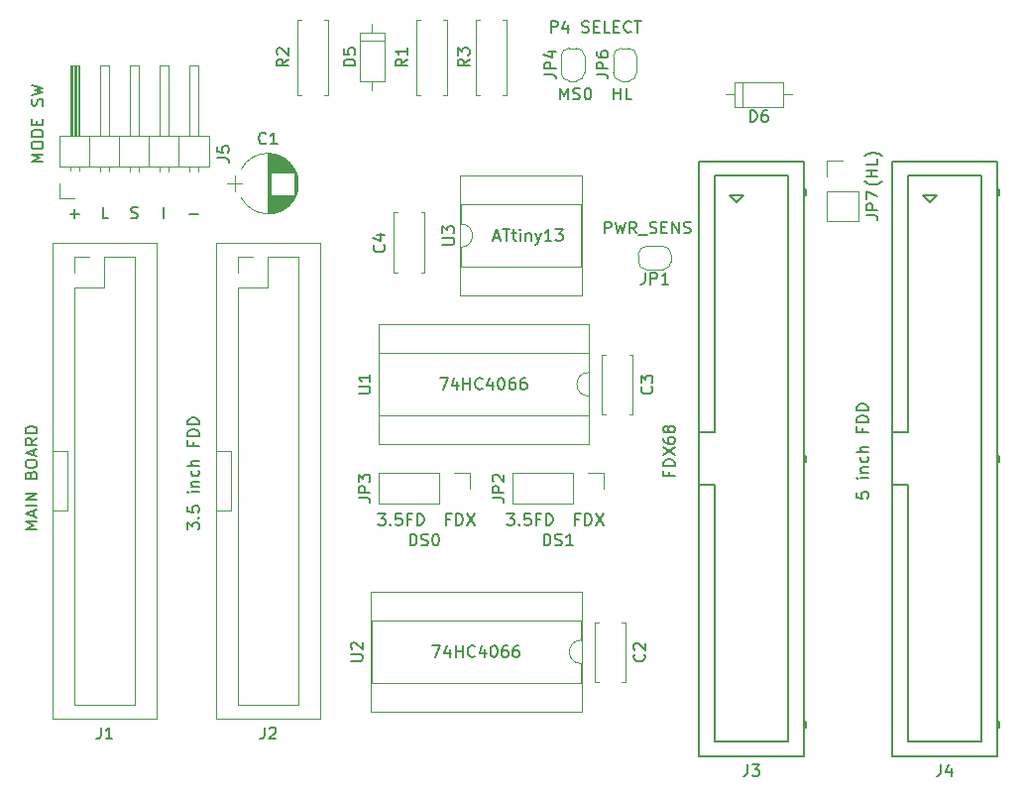
<source format=gto>
G04 #@! TF.GenerationSoftware,KiCad,Pcbnew,(5.1.9)-1*
G04 #@! TF.CreationDate,2021-12-30T22:55:07+09:00*
G04 #@! TF.ProjectId,FDSPlus_BX3,46445350-6c75-4735-9f42-58332e6b6963,rev?*
G04 #@! TF.SameCoordinates,Original*
G04 #@! TF.FileFunction,Legend,Top*
G04 #@! TF.FilePolarity,Positive*
%FSLAX46Y46*%
G04 Gerber Fmt 4.6, Leading zero omitted, Abs format (unit mm)*
G04 Created by KiCad (PCBNEW (5.1.9)-1) date 2021-12-30 22:55:07*
%MOMM*%
%LPD*%
G01*
G04 APERTURE LIST*
%ADD10C,0.150000*%
%ADD11C,0.120000*%
G04 APERTURE END LIST*
D10*
X104775000Y-93797380D02*
X104775000Y-92797380D01*
X142407142Y-95067380D02*
X142407142Y-94067380D01*
X142788095Y-94067380D01*
X142883333Y-94115000D01*
X142930952Y-94162619D01*
X142978571Y-94257857D01*
X142978571Y-94400714D01*
X142930952Y-94495952D01*
X142883333Y-94543571D01*
X142788095Y-94591190D01*
X142407142Y-94591190D01*
X143311904Y-94067380D02*
X143550000Y-95067380D01*
X143740476Y-94353095D01*
X143930952Y-95067380D01*
X144169047Y-94067380D01*
X145121428Y-95067380D02*
X144788095Y-94591190D01*
X144550000Y-95067380D02*
X144550000Y-94067380D01*
X144930952Y-94067380D01*
X145026190Y-94115000D01*
X145073809Y-94162619D01*
X145121428Y-94257857D01*
X145121428Y-94400714D01*
X145073809Y-94495952D01*
X145026190Y-94543571D01*
X144930952Y-94591190D01*
X144550000Y-94591190D01*
X145311904Y-95162619D02*
X146073809Y-95162619D01*
X146264285Y-95019761D02*
X146407142Y-95067380D01*
X146645238Y-95067380D01*
X146740476Y-95019761D01*
X146788095Y-94972142D01*
X146835714Y-94876904D01*
X146835714Y-94781666D01*
X146788095Y-94686428D01*
X146740476Y-94638809D01*
X146645238Y-94591190D01*
X146454761Y-94543571D01*
X146359523Y-94495952D01*
X146311904Y-94448333D01*
X146264285Y-94353095D01*
X146264285Y-94257857D01*
X146311904Y-94162619D01*
X146359523Y-94115000D01*
X146454761Y-94067380D01*
X146692857Y-94067380D01*
X146835714Y-94115000D01*
X147264285Y-94543571D02*
X147597619Y-94543571D01*
X147740476Y-95067380D02*
X147264285Y-95067380D01*
X147264285Y-94067380D01*
X147740476Y-94067380D01*
X148169047Y-95067380D02*
X148169047Y-94067380D01*
X148740476Y-95067380D01*
X148740476Y-94067380D01*
X149169047Y-95019761D02*
X149311904Y-95067380D01*
X149550000Y-95067380D01*
X149645238Y-95019761D01*
X149692857Y-94972142D01*
X149740476Y-94876904D01*
X149740476Y-94781666D01*
X149692857Y-94686428D01*
X149645238Y-94638809D01*
X149550000Y-94591190D01*
X149359523Y-94543571D01*
X149264285Y-94495952D01*
X149216666Y-94448333D01*
X149169047Y-94353095D01*
X149169047Y-94257857D01*
X149216666Y-94162619D01*
X149264285Y-94115000D01*
X149359523Y-94067380D01*
X149597619Y-94067380D01*
X149740476Y-94115000D01*
X138628809Y-83637380D02*
X138628809Y-82637380D01*
X138962142Y-83351666D01*
X139295476Y-82637380D01*
X139295476Y-83637380D01*
X139724047Y-83589761D02*
X139866904Y-83637380D01*
X140105000Y-83637380D01*
X140200238Y-83589761D01*
X140247857Y-83542142D01*
X140295476Y-83446904D01*
X140295476Y-83351666D01*
X140247857Y-83256428D01*
X140200238Y-83208809D01*
X140105000Y-83161190D01*
X139914523Y-83113571D01*
X139819285Y-83065952D01*
X139771666Y-83018333D01*
X139724047Y-82923095D01*
X139724047Y-82827857D01*
X139771666Y-82732619D01*
X139819285Y-82685000D01*
X139914523Y-82637380D01*
X140152619Y-82637380D01*
X140295476Y-82685000D01*
X140914523Y-82637380D02*
X141009761Y-82637380D01*
X141105000Y-82685000D01*
X141152619Y-82732619D01*
X141200238Y-82827857D01*
X141247857Y-83018333D01*
X141247857Y-83256428D01*
X141200238Y-83446904D01*
X141152619Y-83542142D01*
X141105000Y-83589761D01*
X141009761Y-83637380D01*
X140914523Y-83637380D01*
X140819285Y-83589761D01*
X140771666Y-83542142D01*
X140724047Y-83446904D01*
X140676428Y-83256428D01*
X140676428Y-83018333D01*
X140724047Y-82827857D01*
X140771666Y-82732619D01*
X140819285Y-82685000D01*
X140914523Y-82637380D01*
X143200238Y-83637380D02*
X143200238Y-82637380D01*
X143200238Y-83113571D02*
X143771666Y-83113571D01*
X143771666Y-83637380D02*
X143771666Y-82637380D01*
X144724047Y-83637380D02*
X144247857Y-83637380D01*
X144247857Y-82637380D01*
X166113333Y-90606428D02*
X166065714Y-90654047D01*
X165922857Y-90749285D01*
X165827619Y-90796904D01*
X165684761Y-90844523D01*
X165446666Y-90892142D01*
X165256190Y-90892142D01*
X165018095Y-90844523D01*
X164875238Y-90796904D01*
X164780000Y-90749285D01*
X164637142Y-90654047D01*
X164589523Y-90606428D01*
X165732380Y-90225476D02*
X164732380Y-90225476D01*
X165208571Y-90225476D02*
X165208571Y-89654047D01*
X165732380Y-89654047D02*
X164732380Y-89654047D01*
X165732380Y-88701666D02*
X165732380Y-89177857D01*
X164732380Y-89177857D01*
X166113333Y-88463571D02*
X166065714Y-88415952D01*
X165922857Y-88320714D01*
X165827619Y-88273095D01*
X165684761Y-88225476D01*
X165446666Y-88177857D01*
X165256190Y-88177857D01*
X165018095Y-88225476D01*
X164875238Y-88273095D01*
X164780000Y-88320714D01*
X164637142Y-88415952D01*
X164589523Y-88463571D01*
X137819285Y-77922380D02*
X137819285Y-76922380D01*
X138200238Y-76922380D01*
X138295476Y-76970000D01*
X138343095Y-77017619D01*
X138390714Y-77112857D01*
X138390714Y-77255714D01*
X138343095Y-77350952D01*
X138295476Y-77398571D01*
X138200238Y-77446190D01*
X137819285Y-77446190D01*
X139247857Y-77255714D02*
X139247857Y-77922380D01*
X139009761Y-76874761D02*
X138771666Y-77589047D01*
X139390714Y-77589047D01*
X140485952Y-77874761D02*
X140628809Y-77922380D01*
X140866904Y-77922380D01*
X140962142Y-77874761D01*
X141009761Y-77827142D01*
X141057380Y-77731904D01*
X141057380Y-77636666D01*
X141009761Y-77541428D01*
X140962142Y-77493809D01*
X140866904Y-77446190D01*
X140676428Y-77398571D01*
X140581190Y-77350952D01*
X140533571Y-77303333D01*
X140485952Y-77208095D01*
X140485952Y-77112857D01*
X140533571Y-77017619D01*
X140581190Y-76970000D01*
X140676428Y-76922380D01*
X140914523Y-76922380D01*
X141057380Y-76970000D01*
X141485952Y-77398571D02*
X141819285Y-77398571D01*
X141962142Y-77922380D02*
X141485952Y-77922380D01*
X141485952Y-76922380D01*
X141962142Y-76922380D01*
X142866904Y-77922380D02*
X142390714Y-77922380D01*
X142390714Y-76922380D01*
X143200238Y-77398571D02*
X143533571Y-77398571D01*
X143676428Y-77922380D02*
X143200238Y-77922380D01*
X143200238Y-76922380D01*
X143676428Y-76922380D01*
X144676428Y-77827142D02*
X144628809Y-77874761D01*
X144485952Y-77922380D01*
X144390714Y-77922380D01*
X144247857Y-77874761D01*
X144152619Y-77779523D01*
X144105000Y-77684285D01*
X144057380Y-77493809D01*
X144057380Y-77350952D01*
X144105000Y-77160476D01*
X144152619Y-77065238D01*
X144247857Y-76970000D01*
X144390714Y-76922380D01*
X144485952Y-76922380D01*
X144628809Y-76970000D01*
X144676428Y-77017619D01*
X144962142Y-76922380D02*
X145533571Y-76922380D01*
X145247857Y-77922380D02*
X145247857Y-76922380D01*
D11*
X110490000Y-118745000D02*
X110490000Y-113665000D01*
X109220000Y-95885000D02*
X118110000Y-95885000D01*
X110490000Y-113665000D02*
X109220000Y-113665000D01*
X109220000Y-113665000D02*
X109220000Y-95885000D01*
X109220000Y-118745000D02*
X110490000Y-118745000D01*
X109220000Y-118745000D02*
X109220000Y-113665000D01*
X109220000Y-136525000D02*
X109220000Y-118745000D01*
X118110000Y-95885000D02*
X118110000Y-136525000D01*
X118110000Y-136525000D02*
X109220000Y-136525000D01*
D10*
X106934047Y-93416428D02*
X107695952Y-93416428D01*
X101949285Y-93749761D02*
X102092142Y-93797380D01*
X102330238Y-93797380D01*
X102425476Y-93749761D01*
X102473095Y-93702142D01*
X102520714Y-93606904D01*
X102520714Y-93511666D01*
X102473095Y-93416428D01*
X102425476Y-93368809D01*
X102330238Y-93321190D01*
X102139761Y-93273571D01*
X102044523Y-93225952D01*
X101996904Y-93178333D01*
X101949285Y-93083095D01*
X101949285Y-92987857D01*
X101996904Y-92892619D01*
X102044523Y-92845000D01*
X102139761Y-92797380D01*
X102377857Y-92797380D01*
X102520714Y-92845000D01*
X100004523Y-93797380D02*
X99528333Y-93797380D01*
X99528333Y-92797380D01*
X96774047Y-93416428D02*
X97535952Y-93416428D01*
X97155000Y-93797380D02*
X97155000Y-93035476D01*
X94432380Y-88963095D02*
X93432380Y-88963095D01*
X94146666Y-88629761D01*
X93432380Y-88296428D01*
X94432380Y-88296428D01*
X93432380Y-87629761D02*
X93432380Y-87439285D01*
X93480000Y-87344047D01*
X93575238Y-87248809D01*
X93765714Y-87201190D01*
X94099047Y-87201190D01*
X94289523Y-87248809D01*
X94384761Y-87344047D01*
X94432380Y-87439285D01*
X94432380Y-87629761D01*
X94384761Y-87725000D01*
X94289523Y-87820238D01*
X94099047Y-87867857D01*
X93765714Y-87867857D01*
X93575238Y-87820238D01*
X93480000Y-87725000D01*
X93432380Y-87629761D01*
X94432380Y-86772619D02*
X93432380Y-86772619D01*
X93432380Y-86534523D01*
X93480000Y-86391666D01*
X93575238Y-86296428D01*
X93670476Y-86248809D01*
X93860952Y-86201190D01*
X94003809Y-86201190D01*
X94194285Y-86248809D01*
X94289523Y-86296428D01*
X94384761Y-86391666D01*
X94432380Y-86534523D01*
X94432380Y-86772619D01*
X93908571Y-85772619D02*
X93908571Y-85439285D01*
X94432380Y-85296428D02*
X94432380Y-85772619D01*
X93432380Y-85772619D01*
X93432380Y-85296428D01*
X94384761Y-84153571D02*
X94432380Y-84010714D01*
X94432380Y-83772619D01*
X94384761Y-83677380D01*
X94337142Y-83629761D01*
X94241904Y-83582142D01*
X94146666Y-83582142D01*
X94051428Y-83629761D01*
X94003809Y-83677380D01*
X93956190Y-83772619D01*
X93908571Y-83963095D01*
X93860952Y-84058333D01*
X93813333Y-84105952D01*
X93718095Y-84153571D01*
X93622857Y-84153571D01*
X93527619Y-84105952D01*
X93480000Y-84058333D01*
X93432380Y-83963095D01*
X93432380Y-83725000D01*
X93480000Y-83582142D01*
X93432380Y-83248809D02*
X94432380Y-83010714D01*
X93718095Y-82820238D01*
X94432380Y-82629761D01*
X93432380Y-82391666D01*
X140206666Y-119468571D02*
X139873333Y-119468571D01*
X139873333Y-119992380D02*
X139873333Y-118992380D01*
X140349523Y-118992380D01*
X140730476Y-119992380D02*
X140730476Y-118992380D01*
X140968571Y-118992380D01*
X141111428Y-119040000D01*
X141206666Y-119135238D01*
X141254285Y-119230476D01*
X141301904Y-119420952D01*
X141301904Y-119563809D01*
X141254285Y-119754285D01*
X141206666Y-119849523D01*
X141111428Y-119944761D01*
X140968571Y-119992380D01*
X140730476Y-119992380D01*
X141635238Y-118992380D02*
X142301904Y-119992380D01*
X142301904Y-118992380D02*
X141635238Y-119992380D01*
X134063809Y-118992380D02*
X134682857Y-118992380D01*
X134349523Y-119373333D01*
X134492380Y-119373333D01*
X134587619Y-119420952D01*
X134635238Y-119468571D01*
X134682857Y-119563809D01*
X134682857Y-119801904D01*
X134635238Y-119897142D01*
X134587619Y-119944761D01*
X134492380Y-119992380D01*
X134206666Y-119992380D01*
X134111428Y-119944761D01*
X134063809Y-119897142D01*
X135111428Y-119897142D02*
X135159047Y-119944761D01*
X135111428Y-119992380D01*
X135063809Y-119944761D01*
X135111428Y-119897142D01*
X135111428Y-119992380D01*
X136063809Y-118992380D02*
X135587619Y-118992380D01*
X135540000Y-119468571D01*
X135587619Y-119420952D01*
X135682857Y-119373333D01*
X135920952Y-119373333D01*
X136016190Y-119420952D01*
X136063809Y-119468571D01*
X136111428Y-119563809D01*
X136111428Y-119801904D01*
X136063809Y-119897142D01*
X136016190Y-119944761D01*
X135920952Y-119992380D01*
X135682857Y-119992380D01*
X135587619Y-119944761D01*
X135540000Y-119897142D01*
X136873333Y-119468571D02*
X136540000Y-119468571D01*
X136540000Y-119992380D02*
X136540000Y-118992380D01*
X137016190Y-118992380D01*
X137397142Y-119992380D02*
X137397142Y-118992380D01*
X137635238Y-118992380D01*
X137778095Y-119040000D01*
X137873333Y-119135238D01*
X137920952Y-119230476D01*
X137968571Y-119420952D01*
X137968571Y-119563809D01*
X137920952Y-119754285D01*
X137873333Y-119849523D01*
X137778095Y-119944761D01*
X137635238Y-119992380D01*
X137397142Y-119992380D01*
X129206666Y-119468571D02*
X128873333Y-119468571D01*
X128873333Y-119992380D02*
X128873333Y-118992380D01*
X129349523Y-118992380D01*
X129730476Y-119992380D02*
X129730476Y-118992380D01*
X129968571Y-118992380D01*
X130111428Y-119040000D01*
X130206666Y-119135238D01*
X130254285Y-119230476D01*
X130301904Y-119420952D01*
X130301904Y-119563809D01*
X130254285Y-119754285D01*
X130206666Y-119849523D01*
X130111428Y-119944761D01*
X129968571Y-119992380D01*
X129730476Y-119992380D01*
X130635238Y-118992380D02*
X131301904Y-119992380D01*
X131301904Y-118992380D02*
X130635238Y-119992380D01*
X123063809Y-118992380D02*
X123682857Y-118992380D01*
X123349523Y-119373333D01*
X123492380Y-119373333D01*
X123587619Y-119420952D01*
X123635238Y-119468571D01*
X123682857Y-119563809D01*
X123682857Y-119801904D01*
X123635238Y-119897142D01*
X123587619Y-119944761D01*
X123492380Y-119992380D01*
X123206666Y-119992380D01*
X123111428Y-119944761D01*
X123063809Y-119897142D01*
X124111428Y-119897142D02*
X124159047Y-119944761D01*
X124111428Y-119992380D01*
X124063809Y-119944761D01*
X124111428Y-119897142D01*
X124111428Y-119992380D01*
X125063809Y-118992380D02*
X124587619Y-118992380D01*
X124540000Y-119468571D01*
X124587619Y-119420952D01*
X124682857Y-119373333D01*
X124920952Y-119373333D01*
X125016190Y-119420952D01*
X125063809Y-119468571D01*
X125111428Y-119563809D01*
X125111428Y-119801904D01*
X125063809Y-119897142D01*
X125016190Y-119944761D01*
X124920952Y-119992380D01*
X124682857Y-119992380D01*
X124587619Y-119944761D01*
X124540000Y-119897142D01*
X125873333Y-119468571D02*
X125540000Y-119468571D01*
X125540000Y-119992380D02*
X125540000Y-118992380D01*
X126016190Y-118992380D01*
X126397142Y-119992380D02*
X126397142Y-118992380D01*
X126635238Y-118992380D01*
X126778095Y-119040000D01*
X126873333Y-119135238D01*
X126920952Y-119230476D01*
X126968571Y-119420952D01*
X126968571Y-119563809D01*
X126920952Y-119754285D01*
X126873333Y-119849523D01*
X126778095Y-119944761D01*
X126635238Y-119992380D01*
X126397142Y-119992380D01*
X137215714Y-121737380D02*
X137215714Y-120737380D01*
X137453809Y-120737380D01*
X137596666Y-120785000D01*
X137691904Y-120880238D01*
X137739523Y-120975476D01*
X137787142Y-121165952D01*
X137787142Y-121308809D01*
X137739523Y-121499285D01*
X137691904Y-121594523D01*
X137596666Y-121689761D01*
X137453809Y-121737380D01*
X137215714Y-121737380D01*
X138168095Y-121689761D02*
X138310952Y-121737380D01*
X138549047Y-121737380D01*
X138644285Y-121689761D01*
X138691904Y-121642142D01*
X138739523Y-121546904D01*
X138739523Y-121451666D01*
X138691904Y-121356428D01*
X138644285Y-121308809D01*
X138549047Y-121261190D01*
X138358571Y-121213571D01*
X138263333Y-121165952D01*
X138215714Y-121118333D01*
X138168095Y-121023095D01*
X138168095Y-120927857D01*
X138215714Y-120832619D01*
X138263333Y-120785000D01*
X138358571Y-120737380D01*
X138596666Y-120737380D01*
X138739523Y-120785000D01*
X139691904Y-121737380D02*
X139120476Y-121737380D01*
X139406190Y-121737380D02*
X139406190Y-120737380D01*
X139310952Y-120880238D01*
X139215714Y-120975476D01*
X139120476Y-121023095D01*
X125785714Y-121737380D02*
X125785714Y-120737380D01*
X126023809Y-120737380D01*
X126166666Y-120785000D01*
X126261904Y-120880238D01*
X126309523Y-120975476D01*
X126357142Y-121165952D01*
X126357142Y-121308809D01*
X126309523Y-121499285D01*
X126261904Y-121594523D01*
X126166666Y-121689761D01*
X126023809Y-121737380D01*
X125785714Y-121737380D01*
X126738095Y-121689761D02*
X126880952Y-121737380D01*
X127119047Y-121737380D01*
X127214285Y-121689761D01*
X127261904Y-121642142D01*
X127309523Y-121546904D01*
X127309523Y-121451666D01*
X127261904Y-121356428D01*
X127214285Y-121308809D01*
X127119047Y-121261190D01*
X126928571Y-121213571D01*
X126833333Y-121165952D01*
X126785714Y-121118333D01*
X126738095Y-121023095D01*
X126738095Y-120927857D01*
X126785714Y-120832619D01*
X126833333Y-120785000D01*
X126928571Y-120737380D01*
X127166666Y-120737380D01*
X127309523Y-120785000D01*
X127928571Y-120737380D02*
X128023809Y-120737380D01*
X128119047Y-120785000D01*
X128166666Y-120832619D01*
X128214285Y-120927857D01*
X128261904Y-121118333D01*
X128261904Y-121356428D01*
X128214285Y-121546904D01*
X128166666Y-121642142D01*
X128119047Y-121689761D01*
X128023809Y-121737380D01*
X127928571Y-121737380D01*
X127833333Y-121689761D01*
X127785714Y-121642142D01*
X127738095Y-121546904D01*
X127690476Y-121356428D01*
X127690476Y-121118333D01*
X127738095Y-120927857D01*
X127785714Y-120832619D01*
X127833333Y-120785000D01*
X127928571Y-120737380D01*
X163917380Y-117188809D02*
X163917380Y-117665000D01*
X164393571Y-117712619D01*
X164345952Y-117665000D01*
X164298333Y-117569761D01*
X164298333Y-117331666D01*
X164345952Y-117236428D01*
X164393571Y-117188809D01*
X164488809Y-117141190D01*
X164726904Y-117141190D01*
X164822142Y-117188809D01*
X164869761Y-117236428D01*
X164917380Y-117331666D01*
X164917380Y-117569761D01*
X164869761Y-117665000D01*
X164822142Y-117712619D01*
X164917380Y-115950714D02*
X164250714Y-115950714D01*
X163917380Y-115950714D02*
X163965000Y-115998333D01*
X164012619Y-115950714D01*
X163965000Y-115903095D01*
X163917380Y-115950714D01*
X164012619Y-115950714D01*
X164250714Y-115474523D02*
X164917380Y-115474523D01*
X164345952Y-115474523D02*
X164298333Y-115426904D01*
X164250714Y-115331666D01*
X164250714Y-115188809D01*
X164298333Y-115093571D01*
X164393571Y-115045952D01*
X164917380Y-115045952D01*
X164869761Y-114141190D02*
X164917380Y-114236428D01*
X164917380Y-114426904D01*
X164869761Y-114522142D01*
X164822142Y-114569761D01*
X164726904Y-114617380D01*
X164441190Y-114617380D01*
X164345952Y-114569761D01*
X164298333Y-114522142D01*
X164250714Y-114426904D01*
X164250714Y-114236428D01*
X164298333Y-114141190D01*
X164917380Y-113712619D02*
X163917380Y-113712619D01*
X164917380Y-113284047D02*
X164393571Y-113284047D01*
X164298333Y-113331666D01*
X164250714Y-113426904D01*
X164250714Y-113569761D01*
X164298333Y-113665000D01*
X164345952Y-113712619D01*
X164393571Y-111712619D02*
X164393571Y-112045952D01*
X164917380Y-112045952D02*
X163917380Y-112045952D01*
X163917380Y-111569761D01*
X164917380Y-111188809D02*
X163917380Y-111188809D01*
X163917380Y-110950714D01*
X163965000Y-110807857D01*
X164060238Y-110712619D01*
X164155476Y-110665000D01*
X164345952Y-110617380D01*
X164488809Y-110617380D01*
X164679285Y-110665000D01*
X164774523Y-110712619D01*
X164869761Y-110807857D01*
X164917380Y-110950714D01*
X164917380Y-111188809D01*
X164917380Y-110188809D02*
X163917380Y-110188809D01*
X163917380Y-109950714D01*
X163965000Y-109807857D01*
X164060238Y-109712619D01*
X164155476Y-109665000D01*
X164345952Y-109617380D01*
X164488809Y-109617380D01*
X164679285Y-109665000D01*
X164774523Y-109712619D01*
X164869761Y-109807857D01*
X164917380Y-109950714D01*
X164917380Y-110188809D01*
X147883571Y-115450714D02*
X147883571Y-115784047D01*
X148407380Y-115784047D02*
X147407380Y-115784047D01*
X147407380Y-115307857D01*
X148407380Y-114926904D02*
X147407380Y-114926904D01*
X147407380Y-114688809D01*
X147455000Y-114545952D01*
X147550238Y-114450714D01*
X147645476Y-114403095D01*
X147835952Y-114355476D01*
X147978809Y-114355476D01*
X148169285Y-114403095D01*
X148264523Y-114450714D01*
X148359761Y-114545952D01*
X148407380Y-114688809D01*
X148407380Y-114926904D01*
X147407380Y-114022142D02*
X148407380Y-113355476D01*
X147407380Y-113355476D02*
X148407380Y-114022142D01*
X147407380Y-112545952D02*
X147407380Y-112736428D01*
X147455000Y-112831666D01*
X147502619Y-112879285D01*
X147645476Y-112974523D01*
X147835952Y-113022142D01*
X148216904Y-113022142D01*
X148312142Y-112974523D01*
X148359761Y-112926904D01*
X148407380Y-112831666D01*
X148407380Y-112641190D01*
X148359761Y-112545952D01*
X148312142Y-112498333D01*
X148216904Y-112450714D01*
X147978809Y-112450714D01*
X147883571Y-112498333D01*
X147835952Y-112545952D01*
X147788333Y-112641190D01*
X147788333Y-112831666D01*
X147835952Y-112926904D01*
X147883571Y-112974523D01*
X147978809Y-113022142D01*
X147835952Y-111879285D02*
X147788333Y-111974523D01*
X147740714Y-112022142D01*
X147645476Y-112069761D01*
X147597857Y-112069761D01*
X147502619Y-112022142D01*
X147455000Y-111974523D01*
X147407380Y-111879285D01*
X147407380Y-111688809D01*
X147455000Y-111593571D01*
X147502619Y-111545952D01*
X147597857Y-111498333D01*
X147645476Y-111498333D01*
X147740714Y-111545952D01*
X147788333Y-111593571D01*
X147835952Y-111688809D01*
X147835952Y-111879285D01*
X147883571Y-111974523D01*
X147931190Y-112022142D01*
X148026428Y-112069761D01*
X148216904Y-112069761D01*
X148312142Y-112022142D01*
X148359761Y-111974523D01*
X148407380Y-111879285D01*
X148407380Y-111688809D01*
X148359761Y-111593571D01*
X148312142Y-111545952D01*
X148216904Y-111498333D01*
X148026428Y-111498333D01*
X147931190Y-111545952D01*
X147883571Y-111593571D01*
X147835952Y-111688809D01*
X106767380Y-120379523D02*
X106767380Y-119760476D01*
X107148333Y-120093809D01*
X107148333Y-119950952D01*
X107195952Y-119855714D01*
X107243571Y-119808095D01*
X107338809Y-119760476D01*
X107576904Y-119760476D01*
X107672142Y-119808095D01*
X107719761Y-119855714D01*
X107767380Y-119950952D01*
X107767380Y-120236666D01*
X107719761Y-120331904D01*
X107672142Y-120379523D01*
X107672142Y-119331904D02*
X107719761Y-119284285D01*
X107767380Y-119331904D01*
X107719761Y-119379523D01*
X107672142Y-119331904D01*
X107767380Y-119331904D01*
X106767380Y-118379523D02*
X106767380Y-118855714D01*
X107243571Y-118903333D01*
X107195952Y-118855714D01*
X107148333Y-118760476D01*
X107148333Y-118522380D01*
X107195952Y-118427142D01*
X107243571Y-118379523D01*
X107338809Y-118331904D01*
X107576904Y-118331904D01*
X107672142Y-118379523D01*
X107719761Y-118427142D01*
X107767380Y-118522380D01*
X107767380Y-118760476D01*
X107719761Y-118855714D01*
X107672142Y-118903333D01*
X107767380Y-117141428D02*
X107100714Y-117141428D01*
X106767380Y-117141428D02*
X106815000Y-117189047D01*
X106862619Y-117141428D01*
X106815000Y-117093809D01*
X106767380Y-117141428D01*
X106862619Y-117141428D01*
X107100714Y-116665238D02*
X107767380Y-116665238D01*
X107195952Y-116665238D02*
X107148333Y-116617619D01*
X107100714Y-116522380D01*
X107100714Y-116379523D01*
X107148333Y-116284285D01*
X107243571Y-116236666D01*
X107767380Y-116236666D01*
X107719761Y-115331904D02*
X107767380Y-115427142D01*
X107767380Y-115617619D01*
X107719761Y-115712857D01*
X107672142Y-115760476D01*
X107576904Y-115808095D01*
X107291190Y-115808095D01*
X107195952Y-115760476D01*
X107148333Y-115712857D01*
X107100714Y-115617619D01*
X107100714Y-115427142D01*
X107148333Y-115331904D01*
X107767380Y-114903333D02*
X106767380Y-114903333D01*
X107767380Y-114474761D02*
X107243571Y-114474761D01*
X107148333Y-114522380D01*
X107100714Y-114617619D01*
X107100714Y-114760476D01*
X107148333Y-114855714D01*
X107195952Y-114903333D01*
X107243571Y-112903333D02*
X107243571Y-113236666D01*
X107767380Y-113236666D02*
X106767380Y-113236666D01*
X106767380Y-112760476D01*
X107767380Y-112379523D02*
X106767380Y-112379523D01*
X106767380Y-112141428D01*
X106815000Y-111998571D01*
X106910238Y-111903333D01*
X107005476Y-111855714D01*
X107195952Y-111808095D01*
X107338809Y-111808095D01*
X107529285Y-111855714D01*
X107624523Y-111903333D01*
X107719761Y-111998571D01*
X107767380Y-112141428D01*
X107767380Y-112379523D01*
X107767380Y-111379523D02*
X106767380Y-111379523D01*
X106767380Y-111141428D01*
X106815000Y-110998571D01*
X106910238Y-110903333D01*
X107005476Y-110855714D01*
X107195952Y-110808095D01*
X107338809Y-110808095D01*
X107529285Y-110855714D01*
X107624523Y-110903333D01*
X107719761Y-110998571D01*
X107767380Y-111141428D01*
X107767380Y-111379523D01*
X93924380Y-120308142D02*
X92924380Y-120308142D01*
X93638666Y-119974809D01*
X92924380Y-119641476D01*
X93924380Y-119641476D01*
X93638666Y-119212904D02*
X93638666Y-118736714D01*
X93924380Y-119308142D02*
X92924380Y-118974809D01*
X93924380Y-118641476D01*
X93924380Y-118308142D02*
X92924380Y-118308142D01*
X93924380Y-117831952D02*
X92924380Y-117831952D01*
X93924380Y-117260523D01*
X92924380Y-117260523D01*
X93400571Y-115689095D02*
X93448190Y-115546238D01*
X93495809Y-115498619D01*
X93591047Y-115451000D01*
X93733904Y-115451000D01*
X93829142Y-115498619D01*
X93876761Y-115546238D01*
X93924380Y-115641476D01*
X93924380Y-116022428D01*
X92924380Y-116022428D01*
X92924380Y-115689095D01*
X92972000Y-115593857D01*
X93019619Y-115546238D01*
X93114857Y-115498619D01*
X93210095Y-115498619D01*
X93305333Y-115546238D01*
X93352952Y-115593857D01*
X93400571Y-115689095D01*
X93400571Y-116022428D01*
X92924380Y-114831952D02*
X92924380Y-114641476D01*
X92972000Y-114546238D01*
X93067238Y-114451000D01*
X93257714Y-114403380D01*
X93591047Y-114403380D01*
X93781523Y-114451000D01*
X93876761Y-114546238D01*
X93924380Y-114641476D01*
X93924380Y-114831952D01*
X93876761Y-114927190D01*
X93781523Y-115022428D01*
X93591047Y-115070047D01*
X93257714Y-115070047D01*
X93067238Y-115022428D01*
X92972000Y-114927190D01*
X92924380Y-114831952D01*
X93638666Y-114022428D02*
X93638666Y-113546238D01*
X93924380Y-114117666D02*
X92924380Y-113784333D01*
X93924380Y-113451000D01*
X93924380Y-112546238D02*
X93448190Y-112879571D01*
X93924380Y-113117666D02*
X92924380Y-113117666D01*
X92924380Y-112736714D01*
X92972000Y-112641476D01*
X93019619Y-112593857D01*
X93114857Y-112546238D01*
X93257714Y-112546238D01*
X93352952Y-112593857D01*
X93400571Y-112641476D01*
X93448190Y-112736714D01*
X93448190Y-113117666D01*
X93924380Y-112117666D02*
X92924380Y-112117666D01*
X92924380Y-111879571D01*
X92972000Y-111736714D01*
X93067238Y-111641476D01*
X93162476Y-111593857D01*
X93352952Y-111546238D01*
X93495809Y-111546238D01*
X93686285Y-111593857D01*
X93781523Y-111641476D01*
X93876761Y-111736714D01*
X93924380Y-111879571D01*
X93924380Y-112117666D01*
X132961428Y-95416666D02*
X133437619Y-95416666D01*
X132866190Y-95702380D02*
X133199523Y-94702380D01*
X133532857Y-95702380D01*
X133723333Y-94702380D02*
X134294761Y-94702380D01*
X134009047Y-95702380D02*
X134009047Y-94702380D01*
X134485238Y-95035714D02*
X134866190Y-95035714D01*
X134628095Y-94702380D02*
X134628095Y-95559523D01*
X134675714Y-95654761D01*
X134770952Y-95702380D01*
X134866190Y-95702380D01*
X135199523Y-95702380D02*
X135199523Y-95035714D01*
X135199523Y-94702380D02*
X135151904Y-94750000D01*
X135199523Y-94797619D01*
X135247142Y-94750000D01*
X135199523Y-94702380D01*
X135199523Y-94797619D01*
X135675714Y-95035714D02*
X135675714Y-95702380D01*
X135675714Y-95130952D02*
X135723333Y-95083333D01*
X135818571Y-95035714D01*
X135961428Y-95035714D01*
X136056666Y-95083333D01*
X136104285Y-95178571D01*
X136104285Y-95702380D01*
X136485238Y-95035714D02*
X136723333Y-95702380D01*
X136961428Y-95035714D02*
X136723333Y-95702380D01*
X136628095Y-95940476D01*
X136580476Y-95988095D01*
X136485238Y-96035714D01*
X137866190Y-95702380D02*
X137294761Y-95702380D01*
X137580476Y-95702380D02*
X137580476Y-94702380D01*
X137485238Y-94845238D01*
X137390000Y-94940476D01*
X137294761Y-94988095D01*
X138199523Y-94702380D02*
X138818571Y-94702380D01*
X138485238Y-95083333D01*
X138628095Y-95083333D01*
X138723333Y-95130952D01*
X138770952Y-95178571D01*
X138818571Y-95273809D01*
X138818571Y-95511904D01*
X138770952Y-95607142D01*
X138723333Y-95654761D01*
X138628095Y-95702380D01*
X138342380Y-95702380D01*
X138247142Y-95654761D01*
X138199523Y-95607142D01*
X127706904Y-130262380D02*
X128373571Y-130262380D01*
X127945000Y-131262380D01*
X129183095Y-130595714D02*
X129183095Y-131262380D01*
X128945000Y-130214761D02*
X128706904Y-130929047D01*
X129325952Y-130929047D01*
X129706904Y-131262380D02*
X129706904Y-130262380D01*
X129706904Y-130738571D02*
X130278333Y-130738571D01*
X130278333Y-131262380D02*
X130278333Y-130262380D01*
X131325952Y-131167142D02*
X131278333Y-131214761D01*
X131135476Y-131262380D01*
X131040238Y-131262380D01*
X130897380Y-131214761D01*
X130802142Y-131119523D01*
X130754523Y-131024285D01*
X130706904Y-130833809D01*
X130706904Y-130690952D01*
X130754523Y-130500476D01*
X130802142Y-130405238D01*
X130897380Y-130310000D01*
X131040238Y-130262380D01*
X131135476Y-130262380D01*
X131278333Y-130310000D01*
X131325952Y-130357619D01*
X132183095Y-130595714D02*
X132183095Y-131262380D01*
X131945000Y-130214761D02*
X131706904Y-130929047D01*
X132325952Y-130929047D01*
X132897380Y-130262380D02*
X132992619Y-130262380D01*
X133087857Y-130310000D01*
X133135476Y-130357619D01*
X133183095Y-130452857D01*
X133230714Y-130643333D01*
X133230714Y-130881428D01*
X133183095Y-131071904D01*
X133135476Y-131167142D01*
X133087857Y-131214761D01*
X132992619Y-131262380D01*
X132897380Y-131262380D01*
X132802142Y-131214761D01*
X132754523Y-131167142D01*
X132706904Y-131071904D01*
X132659285Y-130881428D01*
X132659285Y-130643333D01*
X132706904Y-130452857D01*
X132754523Y-130357619D01*
X132802142Y-130310000D01*
X132897380Y-130262380D01*
X134087857Y-130262380D02*
X133897380Y-130262380D01*
X133802142Y-130310000D01*
X133754523Y-130357619D01*
X133659285Y-130500476D01*
X133611666Y-130690952D01*
X133611666Y-131071904D01*
X133659285Y-131167142D01*
X133706904Y-131214761D01*
X133802142Y-131262380D01*
X133992619Y-131262380D01*
X134087857Y-131214761D01*
X134135476Y-131167142D01*
X134183095Y-131071904D01*
X134183095Y-130833809D01*
X134135476Y-130738571D01*
X134087857Y-130690952D01*
X133992619Y-130643333D01*
X133802142Y-130643333D01*
X133706904Y-130690952D01*
X133659285Y-130738571D01*
X133611666Y-130833809D01*
X135040238Y-130262380D02*
X134849761Y-130262380D01*
X134754523Y-130310000D01*
X134706904Y-130357619D01*
X134611666Y-130500476D01*
X134564047Y-130690952D01*
X134564047Y-131071904D01*
X134611666Y-131167142D01*
X134659285Y-131214761D01*
X134754523Y-131262380D01*
X134945000Y-131262380D01*
X135040238Y-131214761D01*
X135087857Y-131167142D01*
X135135476Y-131071904D01*
X135135476Y-130833809D01*
X135087857Y-130738571D01*
X135040238Y-130690952D01*
X134945000Y-130643333D01*
X134754523Y-130643333D01*
X134659285Y-130690952D01*
X134611666Y-130738571D01*
X134564047Y-130833809D01*
X128341904Y-107402380D02*
X129008571Y-107402380D01*
X128580000Y-108402380D01*
X129818095Y-107735714D02*
X129818095Y-108402380D01*
X129580000Y-107354761D02*
X129341904Y-108069047D01*
X129960952Y-108069047D01*
X130341904Y-108402380D02*
X130341904Y-107402380D01*
X130341904Y-107878571D02*
X130913333Y-107878571D01*
X130913333Y-108402380D02*
X130913333Y-107402380D01*
X131960952Y-108307142D02*
X131913333Y-108354761D01*
X131770476Y-108402380D01*
X131675238Y-108402380D01*
X131532380Y-108354761D01*
X131437142Y-108259523D01*
X131389523Y-108164285D01*
X131341904Y-107973809D01*
X131341904Y-107830952D01*
X131389523Y-107640476D01*
X131437142Y-107545238D01*
X131532380Y-107450000D01*
X131675238Y-107402380D01*
X131770476Y-107402380D01*
X131913333Y-107450000D01*
X131960952Y-107497619D01*
X132818095Y-107735714D02*
X132818095Y-108402380D01*
X132580000Y-107354761D02*
X132341904Y-108069047D01*
X132960952Y-108069047D01*
X133532380Y-107402380D02*
X133627619Y-107402380D01*
X133722857Y-107450000D01*
X133770476Y-107497619D01*
X133818095Y-107592857D01*
X133865714Y-107783333D01*
X133865714Y-108021428D01*
X133818095Y-108211904D01*
X133770476Y-108307142D01*
X133722857Y-108354761D01*
X133627619Y-108402380D01*
X133532380Y-108402380D01*
X133437142Y-108354761D01*
X133389523Y-108307142D01*
X133341904Y-108211904D01*
X133294285Y-108021428D01*
X133294285Y-107783333D01*
X133341904Y-107592857D01*
X133389523Y-107497619D01*
X133437142Y-107450000D01*
X133532380Y-107402380D01*
X134722857Y-107402380D02*
X134532380Y-107402380D01*
X134437142Y-107450000D01*
X134389523Y-107497619D01*
X134294285Y-107640476D01*
X134246666Y-107830952D01*
X134246666Y-108211904D01*
X134294285Y-108307142D01*
X134341904Y-108354761D01*
X134437142Y-108402380D01*
X134627619Y-108402380D01*
X134722857Y-108354761D01*
X134770476Y-108307142D01*
X134818095Y-108211904D01*
X134818095Y-107973809D01*
X134770476Y-107878571D01*
X134722857Y-107830952D01*
X134627619Y-107783333D01*
X134437142Y-107783333D01*
X134341904Y-107830952D01*
X134294285Y-107878571D01*
X134246666Y-107973809D01*
X135675238Y-107402380D02*
X135484761Y-107402380D01*
X135389523Y-107450000D01*
X135341904Y-107497619D01*
X135246666Y-107640476D01*
X135199047Y-107830952D01*
X135199047Y-108211904D01*
X135246666Y-108307142D01*
X135294285Y-108354761D01*
X135389523Y-108402380D01*
X135580000Y-108402380D01*
X135675238Y-108354761D01*
X135722857Y-108307142D01*
X135770476Y-108211904D01*
X135770476Y-107973809D01*
X135722857Y-107878571D01*
X135675238Y-107830952D01*
X135580000Y-107783333D01*
X135389523Y-107783333D01*
X135294285Y-107830952D01*
X135246666Y-107878571D01*
X135199047Y-107973809D01*
D11*
X95250000Y-118745000D02*
X95250000Y-113665000D01*
X96520000Y-113665000D02*
X95250000Y-113665000D01*
X96520000Y-118745000D02*
X96520000Y-113665000D01*
X95250000Y-118745000D02*
X96520000Y-118745000D01*
X95250000Y-136525000D02*
X95250000Y-118745000D01*
X104140000Y-136525000D02*
X95250000Y-136525000D01*
X104140000Y-95885000D02*
X104140000Y-136525000D01*
X95250000Y-95885000D02*
X104140000Y-95885000D01*
X95250000Y-113665000D02*
X95250000Y-95885000D01*
G04 #@! TO.C,C1*
X110795000Y-90155000D02*
X110795000Y-91455000D01*
X110195000Y-90805000D02*
X111395000Y-90805000D01*
X116206000Y-90451000D02*
X116206000Y-91159000D01*
X116166000Y-90246000D02*
X116166000Y-91364000D01*
X116126000Y-90098000D02*
X116126000Y-91512000D01*
X116086000Y-89976000D02*
X116086000Y-91634000D01*
X116046000Y-89871000D02*
X116046000Y-91739000D01*
X116006000Y-89777000D02*
X116006000Y-91833000D01*
X115966000Y-89693000D02*
X115966000Y-91917000D01*
X115926000Y-89616000D02*
X115926000Y-91994000D01*
X115886000Y-89544000D02*
X115886000Y-92066000D01*
X115846000Y-91785000D02*
X115846000Y-92132000D01*
X115846000Y-89478000D02*
X115846000Y-89825000D01*
X115806000Y-91785000D02*
X115806000Y-92195000D01*
X115806000Y-89415000D02*
X115806000Y-89825000D01*
X115766000Y-91785000D02*
X115766000Y-92253000D01*
X115766000Y-89357000D02*
X115766000Y-89825000D01*
X115726000Y-91785000D02*
X115726000Y-92309000D01*
X115726000Y-89301000D02*
X115726000Y-89825000D01*
X115686000Y-91785000D02*
X115686000Y-92361000D01*
X115686000Y-89249000D02*
X115686000Y-89825000D01*
X115646000Y-91785000D02*
X115646000Y-92411000D01*
X115646000Y-89199000D02*
X115646000Y-89825000D01*
X115606000Y-91785000D02*
X115606000Y-92459000D01*
X115606000Y-89151000D02*
X115606000Y-89825000D01*
X115566000Y-91785000D02*
X115566000Y-92504000D01*
X115566000Y-89106000D02*
X115566000Y-89825000D01*
X115526000Y-91785000D02*
X115526000Y-92547000D01*
X115526000Y-89063000D02*
X115526000Y-89825000D01*
X115486000Y-91785000D02*
X115486000Y-92588000D01*
X115486000Y-89022000D02*
X115486000Y-89825000D01*
X115446000Y-91785000D02*
X115446000Y-92628000D01*
X115446000Y-88982000D02*
X115446000Y-89825000D01*
X115406000Y-91785000D02*
X115406000Y-92666000D01*
X115406000Y-88944000D02*
X115406000Y-89825000D01*
X115366000Y-91785000D02*
X115366000Y-92702000D01*
X115366000Y-88908000D02*
X115366000Y-89825000D01*
X115326000Y-91785000D02*
X115326000Y-92737000D01*
X115326000Y-88873000D02*
X115326000Y-89825000D01*
X115286000Y-91785000D02*
X115286000Y-92770000D01*
X115286000Y-88840000D02*
X115286000Y-89825000D01*
X115246000Y-91785000D02*
X115246000Y-92802000D01*
X115246000Y-88808000D02*
X115246000Y-89825000D01*
X115206000Y-91785000D02*
X115206000Y-92833000D01*
X115206000Y-88777000D02*
X115206000Y-89825000D01*
X115166000Y-91785000D02*
X115166000Y-92863000D01*
X115166000Y-88747000D02*
X115166000Y-89825000D01*
X115126000Y-91785000D02*
X115126000Y-92891000D01*
X115126000Y-88719000D02*
X115126000Y-89825000D01*
X115086000Y-91785000D02*
X115086000Y-92918000D01*
X115086000Y-88692000D02*
X115086000Y-89825000D01*
X115046000Y-91785000D02*
X115046000Y-92945000D01*
X115046000Y-88665000D02*
X115046000Y-89825000D01*
X115006000Y-91785000D02*
X115006000Y-92970000D01*
X115006000Y-88640000D02*
X115006000Y-89825000D01*
X114966000Y-91785000D02*
X114966000Y-92994000D01*
X114966000Y-88616000D02*
X114966000Y-89825000D01*
X114926000Y-91785000D02*
X114926000Y-93017000D01*
X114926000Y-88593000D02*
X114926000Y-89825000D01*
X114886000Y-91785000D02*
X114886000Y-93039000D01*
X114886000Y-88571000D02*
X114886000Y-89825000D01*
X114846000Y-91785000D02*
X114846000Y-93061000D01*
X114846000Y-88549000D02*
X114846000Y-89825000D01*
X114806000Y-91785000D02*
X114806000Y-93081000D01*
X114806000Y-88529000D02*
X114806000Y-89825000D01*
X114766000Y-91785000D02*
X114766000Y-93101000D01*
X114766000Y-88509000D02*
X114766000Y-89825000D01*
X114726000Y-91785000D02*
X114726000Y-93120000D01*
X114726000Y-88490000D02*
X114726000Y-89825000D01*
X114686000Y-91785000D02*
X114686000Y-93138000D01*
X114686000Y-88472000D02*
X114686000Y-89825000D01*
X114646000Y-91785000D02*
X114646000Y-93155000D01*
X114646000Y-88455000D02*
X114646000Y-89825000D01*
X114606000Y-91785000D02*
X114606000Y-93171000D01*
X114606000Y-88439000D02*
X114606000Y-89825000D01*
X114566000Y-91785000D02*
X114566000Y-93187000D01*
X114566000Y-88423000D02*
X114566000Y-89825000D01*
X114526000Y-91785000D02*
X114526000Y-93201000D01*
X114526000Y-88409000D02*
X114526000Y-89825000D01*
X114486000Y-91785000D02*
X114486000Y-93215000D01*
X114486000Y-88395000D02*
X114486000Y-89825000D01*
X114446000Y-91785000D02*
X114446000Y-93229000D01*
X114446000Y-88381000D02*
X114446000Y-89825000D01*
X114406000Y-91785000D02*
X114406000Y-93241000D01*
X114406000Y-88369000D02*
X114406000Y-89825000D01*
X114366000Y-91785000D02*
X114366000Y-93253000D01*
X114366000Y-88357000D02*
X114366000Y-89825000D01*
X114325000Y-91785000D02*
X114325000Y-93265000D01*
X114325000Y-88345000D02*
X114325000Y-89825000D01*
X114285000Y-91785000D02*
X114285000Y-93275000D01*
X114285000Y-88335000D02*
X114285000Y-89825000D01*
X114245000Y-91785000D02*
X114245000Y-93285000D01*
X114245000Y-88325000D02*
X114245000Y-89825000D01*
X114205000Y-91785000D02*
X114205000Y-93294000D01*
X114205000Y-88316000D02*
X114205000Y-89825000D01*
X114165000Y-91785000D02*
X114165000Y-93303000D01*
X114165000Y-88307000D02*
X114165000Y-89825000D01*
X114125000Y-91785000D02*
X114125000Y-93311000D01*
X114125000Y-88299000D02*
X114125000Y-89825000D01*
X114085000Y-91785000D02*
X114085000Y-93318000D01*
X114085000Y-88292000D02*
X114085000Y-89825000D01*
X114045000Y-91785000D02*
X114045000Y-93324000D01*
X114045000Y-88286000D02*
X114045000Y-89825000D01*
X114005000Y-91785000D02*
X114005000Y-93330000D01*
X114005000Y-88280000D02*
X114005000Y-89825000D01*
X113965000Y-91785000D02*
X113965000Y-93336000D01*
X113965000Y-88274000D02*
X113965000Y-89825000D01*
X113925000Y-91785000D02*
X113925000Y-93340000D01*
X113925000Y-88270000D02*
X113925000Y-89825000D01*
X113885000Y-88266000D02*
X113885000Y-93344000D01*
X113845000Y-88262000D02*
X113845000Y-93348000D01*
X113805000Y-88259000D02*
X113805000Y-93351000D01*
X113765000Y-88257000D02*
X113765000Y-93353000D01*
X113725000Y-88256000D02*
X113725000Y-93354000D01*
X113685000Y-88255000D02*
X113685000Y-93355000D01*
X113645000Y-88255000D02*
X113645000Y-93355000D01*
X115950722Y-91984723D02*
G75*
G03*
X115950580Y-89625000I-2305722J1179723D01*
G01*
X115950722Y-91984723D02*
G75*
G02*
X111339420Y-91985000I-2305722J1179723D01*
G01*
X115950722Y-89625277D02*
G75*
G03*
X111339420Y-89625000I-2305722J-1179723D01*
G01*
G04 #@! TO.C,C2*
X143871000Y-128290000D02*
X144185000Y-128290000D01*
X141565000Y-128290000D02*
X141879000Y-128290000D01*
X143871000Y-133410000D02*
X144185000Y-133410000D01*
X141565000Y-133410000D02*
X141879000Y-133410000D01*
X144185000Y-133410000D02*
X144185000Y-128290000D01*
X141565000Y-133410000D02*
X141565000Y-128290000D01*
G04 #@! TO.C,C3*
X142200000Y-110550000D02*
X142200000Y-105430000D01*
X144820000Y-110550000D02*
X144820000Y-105430000D01*
X142200000Y-110550000D02*
X142514000Y-110550000D01*
X144506000Y-110550000D02*
X144820000Y-110550000D01*
X142200000Y-105430000D02*
X142514000Y-105430000D01*
X144506000Y-105430000D02*
X144820000Y-105430000D01*
G04 #@! TO.C,C4*
X124734000Y-98405000D02*
X124420000Y-98405000D01*
X127040000Y-98405000D02*
X126726000Y-98405000D01*
X124734000Y-93285000D02*
X124420000Y-93285000D01*
X127040000Y-93285000D02*
X126726000Y-93285000D01*
X124420000Y-93285000D02*
X124420000Y-98405000D01*
X127040000Y-93285000D02*
X127040000Y-98405000D01*
G04 #@! TO.C,J1*
X97095000Y-97095000D02*
X98425000Y-97095000D01*
X97095000Y-98425000D02*
X97095000Y-97095000D01*
X99695000Y-97095000D02*
X102295000Y-97095000D01*
X99695000Y-99695000D02*
X99695000Y-97095000D01*
X97095000Y-99695000D02*
X99695000Y-99695000D01*
X102295000Y-97095000D02*
X102295000Y-135315000D01*
X97095000Y-99695000D02*
X97095000Y-135315000D01*
X97095000Y-135315000D02*
X102295000Y-135315000D01*
D10*
G04 #@! TO.C,J3*
X153670000Y-92380000D02*
X153070000Y-91780000D01*
X154270000Y-91780000D02*
X153670000Y-92380000D01*
X153070000Y-91780000D02*
X154270000Y-91780000D01*
X159510000Y-91330000D02*
X159510000Y-91830000D01*
X159610000Y-91830000D02*
X159410000Y-91830000D01*
X159610000Y-91330000D02*
X159610000Y-91830000D01*
X159410000Y-91330000D02*
X159610000Y-91330000D01*
X159510000Y-136770000D02*
X159510000Y-137270000D01*
X159610000Y-137270000D02*
X159410000Y-137270000D01*
X159610000Y-136770000D02*
X159610000Y-137270000D01*
X159410000Y-136770000D02*
X159610000Y-136770000D01*
X159510000Y-114050000D02*
X159510000Y-114550000D01*
X159610000Y-114550000D02*
X159410000Y-114550000D01*
X159610000Y-114050000D02*
X159610000Y-114550000D01*
X159410000Y-114050000D02*
X159610000Y-114050000D01*
X151770000Y-116525000D02*
X150470000Y-116525000D01*
X151770000Y-138490000D02*
X151770000Y-116525000D01*
X158110000Y-138490000D02*
X151770000Y-138490000D01*
X158110000Y-90110000D02*
X158110000Y-138490000D01*
X151770000Y-90110000D02*
X158110000Y-90110000D01*
X151770000Y-112075000D02*
X151770000Y-90110000D01*
X150470000Y-112075000D02*
X151770000Y-112075000D01*
X150470000Y-139690000D02*
X150470000Y-88910000D01*
X159410000Y-139690000D02*
X150470000Y-139690000D01*
X159410000Y-88910000D02*
X159410000Y-139690000D01*
X150470000Y-88910000D02*
X159410000Y-88910000D01*
G04 #@! TO.C,J4*
X166980000Y-88910000D02*
X175920000Y-88910000D01*
X175920000Y-88910000D02*
X175920000Y-139690000D01*
X175920000Y-139690000D02*
X166980000Y-139690000D01*
X166980000Y-139690000D02*
X166980000Y-88910000D01*
X166980000Y-112075000D02*
X168280000Y-112075000D01*
X168280000Y-112075000D02*
X168280000Y-90110000D01*
X168280000Y-90110000D02*
X174620000Y-90110000D01*
X174620000Y-90110000D02*
X174620000Y-138490000D01*
X174620000Y-138490000D02*
X168280000Y-138490000D01*
X168280000Y-138490000D02*
X168280000Y-116525000D01*
X168280000Y-116525000D02*
X166980000Y-116525000D01*
X175920000Y-114050000D02*
X176120000Y-114050000D01*
X176120000Y-114050000D02*
X176120000Y-114550000D01*
X176120000Y-114550000D02*
X175920000Y-114550000D01*
X176020000Y-114050000D02*
X176020000Y-114550000D01*
X175920000Y-136770000D02*
X176120000Y-136770000D01*
X176120000Y-136770000D02*
X176120000Y-137270000D01*
X176120000Y-137270000D02*
X175920000Y-137270000D01*
X176020000Y-136770000D02*
X176020000Y-137270000D01*
X175920000Y-91330000D02*
X176120000Y-91330000D01*
X176120000Y-91330000D02*
X176120000Y-91830000D01*
X176120000Y-91830000D02*
X175920000Y-91830000D01*
X176020000Y-91330000D02*
X176020000Y-91830000D01*
X169580000Y-91780000D02*
X170780000Y-91780000D01*
X170780000Y-91780000D02*
X170180000Y-92380000D01*
X170180000Y-92380000D02*
X169580000Y-91780000D01*
D11*
G04 #@! TO.C,JP2*
X142300000Y-115510000D02*
X142300000Y-116840000D01*
X140970000Y-115510000D02*
X142300000Y-115510000D01*
X139700000Y-115510000D02*
X139700000Y-118170000D01*
X139700000Y-118170000D02*
X134560000Y-118170000D01*
X139700000Y-115510000D02*
X134560000Y-115510000D01*
X134560000Y-115510000D02*
X134560000Y-118170000D01*
G04 #@! TO.C,JP3*
X123130000Y-115510000D02*
X123130000Y-118170000D01*
X128270000Y-115510000D02*
X123130000Y-115510000D01*
X128270000Y-118170000D02*
X123130000Y-118170000D01*
X128270000Y-115510000D02*
X128270000Y-118170000D01*
X129540000Y-115510000D02*
X130870000Y-115510000D01*
X130870000Y-115510000D02*
X130870000Y-116840000D01*
G04 #@! TO.C,U2*
X140395000Y-129810000D02*
X140395000Y-128160000D01*
X140395000Y-128160000D02*
X122495000Y-128160000D01*
X122495000Y-128160000D02*
X122495000Y-133460000D01*
X122495000Y-133460000D02*
X140395000Y-133460000D01*
X140395000Y-133460000D02*
X140395000Y-131810000D01*
X140455000Y-125670000D02*
X122435000Y-125670000D01*
X122435000Y-125670000D02*
X122435000Y-135950000D01*
X122435000Y-135950000D02*
X140455000Y-135950000D01*
X140455000Y-135950000D02*
X140455000Y-125670000D01*
X140395000Y-131810000D02*
G75*
G02*
X140395000Y-129810000I0J1000000D01*
G01*
G04 #@! TO.C,U3*
X130055000Y-90110000D02*
X130055000Y-100390000D01*
X140455000Y-90110000D02*
X130055000Y-90110000D01*
X140455000Y-100390000D02*
X140455000Y-90110000D01*
X130055000Y-100390000D02*
X140455000Y-100390000D01*
X130115000Y-92600000D02*
X130115000Y-94250000D01*
X140395000Y-92600000D02*
X130115000Y-92600000D01*
X140395000Y-97900000D02*
X140395000Y-92600000D01*
X130115000Y-97900000D02*
X140395000Y-97900000D01*
X130115000Y-96250000D02*
X130115000Y-97900000D01*
X130115000Y-94250000D02*
G75*
G02*
X130115000Y-96250000I0J-1000000D01*
G01*
G04 #@! TO.C,U1*
X141030000Y-106950000D02*
X141030000Y-105300000D01*
X141030000Y-105300000D02*
X123130000Y-105300000D01*
X123130000Y-105300000D02*
X123130000Y-110600000D01*
X123130000Y-110600000D02*
X141030000Y-110600000D01*
X141030000Y-110600000D02*
X141030000Y-108950000D01*
X141090000Y-102810000D02*
X123070000Y-102810000D01*
X123070000Y-102810000D02*
X123070000Y-113090000D01*
X123070000Y-113090000D02*
X141090000Y-113090000D01*
X141090000Y-113090000D02*
X141090000Y-102810000D01*
X141030000Y-108950000D02*
G75*
G02*
X141030000Y-106950000I0J1000000D01*
G01*
G04 #@! TO.C,R1*
X126655000Y-83220000D02*
X126325000Y-83220000D01*
X126325000Y-83220000D02*
X126325000Y-76800000D01*
X126325000Y-76800000D02*
X126655000Y-76800000D01*
X128615000Y-83220000D02*
X128945000Y-83220000D01*
X128945000Y-83220000D02*
X128945000Y-76800000D01*
X128945000Y-76800000D02*
X128615000Y-76800000D01*
G04 #@! TO.C,R2*
X116165000Y-83220000D02*
X116495000Y-83220000D01*
X116165000Y-76800000D02*
X116165000Y-83220000D01*
X116495000Y-76800000D02*
X116165000Y-76800000D01*
X118785000Y-83220000D02*
X118455000Y-83220000D01*
X118785000Y-76800000D02*
X118785000Y-83220000D01*
X118455000Y-76800000D02*
X118785000Y-76800000D01*
G04 #@! TO.C,D5*
X123615000Y-78610000D02*
X121495000Y-78610000D01*
X122555000Y-82840000D02*
X122555000Y-82070000D01*
X122555000Y-77180000D02*
X122555000Y-77950000D01*
X123615000Y-82070000D02*
X123615000Y-77950000D01*
X121495000Y-82070000D02*
X123615000Y-82070000D01*
X121495000Y-77950000D02*
X121495000Y-82070000D01*
X123615000Y-77950000D02*
X121495000Y-77950000D01*
G04 #@! TO.C,D6*
X154175000Y-82125000D02*
X154175000Y-84245000D01*
X158405000Y-83185000D02*
X157635000Y-83185000D01*
X152745000Y-83185000D02*
X153515000Y-83185000D01*
X157635000Y-82125000D02*
X153515000Y-82125000D01*
X157635000Y-84245000D02*
X157635000Y-82125000D01*
X153515000Y-84245000D02*
X157635000Y-84245000D01*
X153515000Y-82125000D02*
X153515000Y-84245000D01*
G04 #@! TO.C,J2*
X111065000Y-97095000D02*
X112395000Y-97095000D01*
X111065000Y-98425000D02*
X111065000Y-97095000D01*
X113665000Y-97095000D02*
X116265000Y-97095000D01*
X113665000Y-99695000D02*
X113665000Y-97095000D01*
X111065000Y-99695000D02*
X113665000Y-99695000D01*
X116265000Y-97095000D02*
X116265000Y-135315000D01*
X111065000Y-99695000D02*
X111065000Y-135315000D01*
X111065000Y-135315000D02*
X116265000Y-135315000D01*
G04 #@! TO.C,JP4*
X139385000Y-79245000D02*
X139985000Y-79245000D01*
X138685000Y-81345000D02*
X138685000Y-79945000D01*
X139985000Y-82045000D02*
X139385000Y-82045000D01*
X140685000Y-79945000D02*
X140685000Y-81345000D01*
X140685000Y-81345000D02*
G75*
G02*
X139985000Y-82045000I-700000J0D01*
G01*
X139385000Y-82045000D02*
G75*
G02*
X138685000Y-81345000I0J700000D01*
G01*
X138685000Y-79945000D02*
G75*
G02*
X139385000Y-79245000I700000J0D01*
G01*
X139985000Y-79245000D02*
G75*
G02*
X140685000Y-79945000I0J-700000D01*
G01*
G04 #@! TO.C,JP6*
X144445000Y-82045000D02*
X143845000Y-82045000D01*
X145145000Y-79945000D02*
X145145000Y-81345000D01*
X143845000Y-79245000D02*
X144445000Y-79245000D01*
X143145000Y-81345000D02*
X143145000Y-79945000D01*
X143145000Y-79945000D02*
G75*
G02*
X143845000Y-79245000I700000J0D01*
G01*
X144445000Y-79245000D02*
G75*
G02*
X145145000Y-79945000I0J-700000D01*
G01*
X145145000Y-81345000D02*
G75*
G02*
X144445000Y-82045000I-700000J0D01*
G01*
X143845000Y-82045000D02*
G75*
G02*
X143145000Y-81345000I0J700000D01*
G01*
G04 #@! TO.C,JP7*
X161410000Y-88840000D02*
X162740000Y-88840000D01*
X161410000Y-90170000D02*
X161410000Y-88840000D01*
X161410000Y-91440000D02*
X164070000Y-91440000D01*
X164070000Y-91440000D02*
X164070000Y-94040000D01*
X161410000Y-91440000D02*
X161410000Y-94040000D01*
X161410000Y-94040000D02*
X164070000Y-94040000D01*
G04 #@! TO.C,J5*
X95825000Y-89365000D02*
X108645000Y-89365000D01*
X108645000Y-89365000D02*
X108645000Y-86705000D01*
X108645000Y-86705000D02*
X95825000Y-86705000D01*
X95825000Y-86705000D02*
X95825000Y-89365000D01*
X96775000Y-86705000D02*
X96775000Y-80705000D01*
X96775000Y-80705000D02*
X97535000Y-80705000D01*
X97535000Y-80705000D02*
X97535000Y-86705000D01*
X96835000Y-86705000D02*
X96835000Y-80705000D01*
X96955000Y-86705000D02*
X96955000Y-80705000D01*
X97075000Y-86705000D02*
X97075000Y-80705000D01*
X97195000Y-86705000D02*
X97195000Y-80705000D01*
X97315000Y-86705000D02*
X97315000Y-80705000D01*
X97435000Y-86705000D02*
X97435000Y-80705000D01*
X96775000Y-89695000D02*
X96775000Y-89365000D01*
X97535000Y-89695000D02*
X97535000Y-89365000D01*
X98425000Y-89365000D02*
X98425000Y-86705000D01*
X99315000Y-86705000D02*
X99315000Y-80705000D01*
X99315000Y-80705000D02*
X100075000Y-80705000D01*
X100075000Y-80705000D02*
X100075000Y-86705000D01*
X99315000Y-89762071D02*
X99315000Y-89365000D01*
X100075000Y-89762071D02*
X100075000Y-89365000D01*
X100965000Y-89365000D02*
X100965000Y-86705000D01*
X101855000Y-86705000D02*
X101855000Y-80705000D01*
X101855000Y-80705000D02*
X102615000Y-80705000D01*
X102615000Y-80705000D02*
X102615000Y-86705000D01*
X101855000Y-89762071D02*
X101855000Y-89365000D01*
X102615000Y-89762071D02*
X102615000Y-89365000D01*
X103505000Y-89365000D02*
X103505000Y-86705000D01*
X104395000Y-86705000D02*
X104395000Y-80705000D01*
X104395000Y-80705000D02*
X105155000Y-80705000D01*
X105155000Y-80705000D02*
X105155000Y-86705000D01*
X104395000Y-89762071D02*
X104395000Y-89365000D01*
X105155000Y-89762071D02*
X105155000Y-89365000D01*
X106045000Y-89365000D02*
X106045000Y-86705000D01*
X106935000Y-86705000D02*
X106935000Y-80705000D01*
X106935000Y-80705000D02*
X107695000Y-80705000D01*
X107695000Y-80705000D02*
X107695000Y-86705000D01*
X106935000Y-89762071D02*
X106935000Y-89365000D01*
X107695000Y-89762071D02*
X107695000Y-89365000D01*
X97155000Y-92075000D02*
X95885000Y-92075000D01*
X95885000Y-92075000D02*
X95885000Y-90805000D01*
G04 #@! TO.C,JP1*
X147385000Y-98155000D02*
X145985000Y-98155000D01*
X145285000Y-97455000D02*
X145285000Y-96855000D01*
X145985000Y-96155000D02*
X147385000Y-96155000D01*
X148085000Y-96855000D02*
X148085000Y-97455000D01*
X145985000Y-98155000D02*
G75*
G02*
X145285000Y-97455000I0J700000D01*
G01*
X145285000Y-96855000D02*
G75*
G02*
X145985000Y-96155000I700000J0D01*
G01*
X147385000Y-96155000D02*
G75*
G02*
X148085000Y-96855000I0J-700000D01*
G01*
X148085000Y-97455000D02*
G75*
G02*
X147385000Y-98155000I-700000J0D01*
G01*
G04 #@! TO.C,R3*
X131735000Y-83220000D02*
X131405000Y-83220000D01*
X131405000Y-83220000D02*
X131405000Y-76800000D01*
X131405000Y-76800000D02*
X131735000Y-76800000D01*
X133695000Y-83220000D02*
X134025000Y-83220000D01*
X134025000Y-83220000D02*
X134025000Y-76800000D01*
X134025000Y-76800000D02*
X133695000Y-76800000D01*
G04 #@! TO.C,C1*
D10*
X113478333Y-87352142D02*
X113430714Y-87399761D01*
X113287857Y-87447380D01*
X113192619Y-87447380D01*
X113049761Y-87399761D01*
X112954523Y-87304523D01*
X112906904Y-87209285D01*
X112859285Y-87018809D01*
X112859285Y-86875952D01*
X112906904Y-86685476D01*
X112954523Y-86590238D01*
X113049761Y-86495000D01*
X113192619Y-86447380D01*
X113287857Y-86447380D01*
X113430714Y-86495000D01*
X113478333Y-86542619D01*
X114430714Y-87447380D02*
X113859285Y-87447380D01*
X114145000Y-87447380D02*
X114145000Y-86447380D01*
X114049761Y-86590238D01*
X113954523Y-86685476D01*
X113859285Y-86733095D01*
G04 #@! TO.C,C2*
X145772142Y-131016666D02*
X145819761Y-131064285D01*
X145867380Y-131207142D01*
X145867380Y-131302380D01*
X145819761Y-131445238D01*
X145724523Y-131540476D01*
X145629285Y-131588095D01*
X145438809Y-131635714D01*
X145295952Y-131635714D01*
X145105476Y-131588095D01*
X145010238Y-131540476D01*
X144915000Y-131445238D01*
X144867380Y-131302380D01*
X144867380Y-131207142D01*
X144915000Y-131064285D01*
X144962619Y-131016666D01*
X144962619Y-130635714D02*
X144915000Y-130588095D01*
X144867380Y-130492857D01*
X144867380Y-130254761D01*
X144915000Y-130159523D01*
X144962619Y-130111904D01*
X145057857Y-130064285D01*
X145153095Y-130064285D01*
X145295952Y-130111904D01*
X145867380Y-130683333D01*
X145867380Y-130064285D01*
G04 #@! TO.C,C3*
X146407142Y-108156666D02*
X146454761Y-108204285D01*
X146502380Y-108347142D01*
X146502380Y-108442380D01*
X146454761Y-108585238D01*
X146359523Y-108680476D01*
X146264285Y-108728095D01*
X146073809Y-108775714D01*
X145930952Y-108775714D01*
X145740476Y-108728095D01*
X145645238Y-108680476D01*
X145550000Y-108585238D01*
X145502380Y-108442380D01*
X145502380Y-108347142D01*
X145550000Y-108204285D01*
X145597619Y-108156666D01*
X145502380Y-107823333D02*
X145502380Y-107204285D01*
X145883333Y-107537619D01*
X145883333Y-107394761D01*
X145930952Y-107299523D01*
X145978571Y-107251904D01*
X146073809Y-107204285D01*
X146311904Y-107204285D01*
X146407142Y-107251904D01*
X146454761Y-107299523D01*
X146502380Y-107394761D01*
X146502380Y-107680476D01*
X146454761Y-107775714D01*
X146407142Y-107823333D01*
G04 #@! TO.C,C4*
X123547142Y-96051666D02*
X123594761Y-96099285D01*
X123642380Y-96242142D01*
X123642380Y-96337380D01*
X123594761Y-96480238D01*
X123499523Y-96575476D01*
X123404285Y-96623095D01*
X123213809Y-96670714D01*
X123070952Y-96670714D01*
X122880476Y-96623095D01*
X122785238Y-96575476D01*
X122690000Y-96480238D01*
X122642380Y-96337380D01*
X122642380Y-96242142D01*
X122690000Y-96099285D01*
X122737619Y-96051666D01*
X122975714Y-95194523D02*
X123642380Y-95194523D01*
X122594761Y-95432619D02*
X123309047Y-95670714D01*
X123309047Y-95051666D01*
G04 #@! TO.C,J1*
X99361666Y-137247380D02*
X99361666Y-137961666D01*
X99314047Y-138104523D01*
X99218809Y-138199761D01*
X99075952Y-138247380D01*
X98980714Y-138247380D01*
X100361666Y-138247380D02*
X99790238Y-138247380D01*
X100075952Y-138247380D02*
X100075952Y-137247380D01*
X99980714Y-137390238D01*
X99885476Y-137485476D01*
X99790238Y-137533095D01*
G04 #@! TO.C,J3*
X154606666Y-140422380D02*
X154606666Y-141136666D01*
X154559047Y-141279523D01*
X154463809Y-141374761D01*
X154320952Y-141422380D01*
X154225714Y-141422380D01*
X154987619Y-140422380D02*
X155606666Y-140422380D01*
X155273333Y-140803333D01*
X155416190Y-140803333D01*
X155511428Y-140850952D01*
X155559047Y-140898571D01*
X155606666Y-140993809D01*
X155606666Y-141231904D01*
X155559047Y-141327142D01*
X155511428Y-141374761D01*
X155416190Y-141422380D01*
X155130476Y-141422380D01*
X155035238Y-141374761D01*
X154987619Y-141327142D01*
G04 #@! TO.C,J4*
X171116666Y-140422380D02*
X171116666Y-141136666D01*
X171069047Y-141279523D01*
X170973809Y-141374761D01*
X170830952Y-141422380D01*
X170735714Y-141422380D01*
X172021428Y-140755714D02*
X172021428Y-141422380D01*
X171783333Y-140374761D02*
X171545238Y-141089047D01*
X172164285Y-141089047D01*
G04 #@! TO.C,JP2*
X132802380Y-117673333D02*
X133516666Y-117673333D01*
X133659523Y-117720952D01*
X133754761Y-117816190D01*
X133802380Y-117959047D01*
X133802380Y-118054285D01*
X133802380Y-117197142D02*
X132802380Y-117197142D01*
X132802380Y-116816190D01*
X132850000Y-116720952D01*
X132897619Y-116673333D01*
X132992857Y-116625714D01*
X133135714Y-116625714D01*
X133230952Y-116673333D01*
X133278571Y-116720952D01*
X133326190Y-116816190D01*
X133326190Y-117197142D01*
X132897619Y-116244761D02*
X132850000Y-116197142D01*
X132802380Y-116101904D01*
X132802380Y-115863809D01*
X132850000Y-115768571D01*
X132897619Y-115720952D01*
X132992857Y-115673333D01*
X133088095Y-115673333D01*
X133230952Y-115720952D01*
X133802380Y-116292380D01*
X133802380Y-115673333D01*
G04 #@! TO.C,JP3*
X121372380Y-117673333D02*
X122086666Y-117673333D01*
X122229523Y-117720952D01*
X122324761Y-117816190D01*
X122372380Y-117959047D01*
X122372380Y-118054285D01*
X122372380Y-117197142D02*
X121372380Y-117197142D01*
X121372380Y-116816190D01*
X121420000Y-116720952D01*
X121467619Y-116673333D01*
X121562857Y-116625714D01*
X121705714Y-116625714D01*
X121800952Y-116673333D01*
X121848571Y-116720952D01*
X121896190Y-116816190D01*
X121896190Y-117197142D01*
X121372380Y-116292380D02*
X121372380Y-115673333D01*
X121753333Y-116006666D01*
X121753333Y-115863809D01*
X121800952Y-115768571D01*
X121848571Y-115720952D01*
X121943809Y-115673333D01*
X122181904Y-115673333D01*
X122277142Y-115720952D01*
X122324761Y-115768571D01*
X122372380Y-115863809D01*
X122372380Y-116149523D01*
X122324761Y-116244761D01*
X122277142Y-116292380D01*
G04 #@! TO.C,U2*
X120737380Y-131571904D02*
X121546904Y-131571904D01*
X121642142Y-131524285D01*
X121689761Y-131476666D01*
X121737380Y-131381428D01*
X121737380Y-131190952D01*
X121689761Y-131095714D01*
X121642142Y-131048095D01*
X121546904Y-131000476D01*
X120737380Y-131000476D01*
X120832619Y-130571904D02*
X120785000Y-130524285D01*
X120737380Y-130429047D01*
X120737380Y-130190952D01*
X120785000Y-130095714D01*
X120832619Y-130048095D01*
X120927857Y-130000476D01*
X121023095Y-130000476D01*
X121165952Y-130048095D01*
X121737380Y-130619523D01*
X121737380Y-130000476D01*
G04 #@! TO.C,U3*
X128567380Y-96011904D02*
X129376904Y-96011904D01*
X129472142Y-95964285D01*
X129519761Y-95916666D01*
X129567380Y-95821428D01*
X129567380Y-95630952D01*
X129519761Y-95535714D01*
X129472142Y-95488095D01*
X129376904Y-95440476D01*
X128567380Y-95440476D01*
X128567380Y-95059523D02*
X128567380Y-94440476D01*
X128948333Y-94773809D01*
X128948333Y-94630952D01*
X128995952Y-94535714D01*
X129043571Y-94488095D01*
X129138809Y-94440476D01*
X129376904Y-94440476D01*
X129472142Y-94488095D01*
X129519761Y-94535714D01*
X129567380Y-94630952D01*
X129567380Y-94916666D01*
X129519761Y-95011904D01*
X129472142Y-95059523D01*
G04 #@! TO.C,U1*
X121372380Y-108711904D02*
X122181904Y-108711904D01*
X122277142Y-108664285D01*
X122324761Y-108616666D01*
X122372380Y-108521428D01*
X122372380Y-108330952D01*
X122324761Y-108235714D01*
X122277142Y-108188095D01*
X122181904Y-108140476D01*
X121372380Y-108140476D01*
X122372380Y-107140476D02*
X122372380Y-107711904D01*
X122372380Y-107426190D02*
X121372380Y-107426190D01*
X121515238Y-107521428D01*
X121610476Y-107616666D01*
X121658095Y-107711904D01*
G04 #@! TO.C,R1*
X125547380Y-80176666D02*
X125071190Y-80510000D01*
X125547380Y-80748095D02*
X124547380Y-80748095D01*
X124547380Y-80367142D01*
X124595000Y-80271904D01*
X124642619Y-80224285D01*
X124737857Y-80176666D01*
X124880714Y-80176666D01*
X124975952Y-80224285D01*
X125023571Y-80271904D01*
X125071190Y-80367142D01*
X125071190Y-80748095D01*
X125547380Y-79224285D02*
X125547380Y-79795714D01*
X125547380Y-79510000D02*
X124547380Y-79510000D01*
X124690238Y-79605238D01*
X124785476Y-79700476D01*
X124833095Y-79795714D01*
G04 #@! TO.C,R2*
X115387380Y-80176666D02*
X114911190Y-80510000D01*
X115387380Y-80748095D02*
X114387380Y-80748095D01*
X114387380Y-80367142D01*
X114435000Y-80271904D01*
X114482619Y-80224285D01*
X114577857Y-80176666D01*
X114720714Y-80176666D01*
X114815952Y-80224285D01*
X114863571Y-80271904D01*
X114911190Y-80367142D01*
X114911190Y-80748095D01*
X114482619Y-79795714D02*
X114435000Y-79748095D01*
X114387380Y-79652857D01*
X114387380Y-79414761D01*
X114435000Y-79319523D01*
X114482619Y-79271904D01*
X114577857Y-79224285D01*
X114673095Y-79224285D01*
X114815952Y-79271904D01*
X115387380Y-79843333D01*
X115387380Y-79224285D01*
G04 #@! TO.C,D5*
X121102380Y-80748095D02*
X120102380Y-80748095D01*
X120102380Y-80510000D01*
X120150000Y-80367142D01*
X120245238Y-80271904D01*
X120340476Y-80224285D01*
X120530952Y-80176666D01*
X120673809Y-80176666D01*
X120864285Y-80224285D01*
X120959523Y-80271904D01*
X121054761Y-80367142D01*
X121102380Y-80510000D01*
X121102380Y-80748095D01*
X120102380Y-79271904D02*
X120102380Y-79748095D01*
X120578571Y-79795714D01*
X120530952Y-79748095D01*
X120483333Y-79652857D01*
X120483333Y-79414761D01*
X120530952Y-79319523D01*
X120578571Y-79271904D01*
X120673809Y-79224285D01*
X120911904Y-79224285D01*
X121007142Y-79271904D01*
X121054761Y-79319523D01*
X121102380Y-79414761D01*
X121102380Y-79652857D01*
X121054761Y-79748095D01*
X121007142Y-79795714D01*
G04 #@! TO.C,D6*
X154836904Y-85542380D02*
X154836904Y-84542380D01*
X155075000Y-84542380D01*
X155217857Y-84590000D01*
X155313095Y-84685238D01*
X155360714Y-84780476D01*
X155408333Y-84970952D01*
X155408333Y-85113809D01*
X155360714Y-85304285D01*
X155313095Y-85399523D01*
X155217857Y-85494761D01*
X155075000Y-85542380D01*
X154836904Y-85542380D01*
X156265476Y-84542380D02*
X156075000Y-84542380D01*
X155979761Y-84590000D01*
X155932142Y-84637619D01*
X155836904Y-84780476D01*
X155789285Y-84970952D01*
X155789285Y-85351904D01*
X155836904Y-85447142D01*
X155884523Y-85494761D01*
X155979761Y-85542380D01*
X156170238Y-85542380D01*
X156265476Y-85494761D01*
X156313095Y-85447142D01*
X156360714Y-85351904D01*
X156360714Y-85113809D01*
X156313095Y-85018571D01*
X156265476Y-84970952D01*
X156170238Y-84923333D01*
X155979761Y-84923333D01*
X155884523Y-84970952D01*
X155836904Y-85018571D01*
X155789285Y-85113809D01*
G04 #@! TO.C,J2*
X113331666Y-137247380D02*
X113331666Y-137961666D01*
X113284047Y-138104523D01*
X113188809Y-138199761D01*
X113045952Y-138247380D01*
X112950714Y-138247380D01*
X113760238Y-137342619D02*
X113807857Y-137295000D01*
X113903095Y-137247380D01*
X114141190Y-137247380D01*
X114236428Y-137295000D01*
X114284047Y-137342619D01*
X114331666Y-137437857D01*
X114331666Y-137533095D01*
X114284047Y-137675952D01*
X113712619Y-138247380D01*
X114331666Y-138247380D01*
G04 #@! TO.C,JP4*
X137247380Y-81478333D02*
X137961666Y-81478333D01*
X138104523Y-81525952D01*
X138199761Y-81621190D01*
X138247380Y-81764047D01*
X138247380Y-81859285D01*
X138247380Y-81002142D02*
X137247380Y-81002142D01*
X137247380Y-80621190D01*
X137295000Y-80525952D01*
X137342619Y-80478333D01*
X137437857Y-80430714D01*
X137580714Y-80430714D01*
X137675952Y-80478333D01*
X137723571Y-80525952D01*
X137771190Y-80621190D01*
X137771190Y-81002142D01*
X137580714Y-79573571D02*
X138247380Y-79573571D01*
X137199761Y-79811666D02*
X137914047Y-80049761D01*
X137914047Y-79430714D01*
G04 #@! TO.C,JP6*
X141692380Y-81478333D02*
X142406666Y-81478333D01*
X142549523Y-81525952D01*
X142644761Y-81621190D01*
X142692380Y-81764047D01*
X142692380Y-81859285D01*
X142692380Y-81002142D02*
X141692380Y-81002142D01*
X141692380Y-80621190D01*
X141740000Y-80525952D01*
X141787619Y-80478333D01*
X141882857Y-80430714D01*
X142025714Y-80430714D01*
X142120952Y-80478333D01*
X142168571Y-80525952D01*
X142216190Y-80621190D01*
X142216190Y-81002142D01*
X141692380Y-79573571D02*
X141692380Y-79764047D01*
X141740000Y-79859285D01*
X141787619Y-79906904D01*
X141930476Y-80002142D01*
X142120952Y-80049761D01*
X142501904Y-80049761D01*
X142597142Y-80002142D01*
X142644761Y-79954523D01*
X142692380Y-79859285D01*
X142692380Y-79668809D01*
X142644761Y-79573571D01*
X142597142Y-79525952D01*
X142501904Y-79478333D01*
X142263809Y-79478333D01*
X142168571Y-79525952D01*
X142120952Y-79573571D01*
X142073333Y-79668809D01*
X142073333Y-79859285D01*
X142120952Y-79954523D01*
X142168571Y-80002142D01*
X142263809Y-80049761D01*
G04 #@! TO.C,JP7*
X164732380Y-93543333D02*
X165446666Y-93543333D01*
X165589523Y-93590952D01*
X165684761Y-93686190D01*
X165732380Y-93829047D01*
X165732380Y-93924285D01*
X165732380Y-93067142D02*
X164732380Y-93067142D01*
X164732380Y-92686190D01*
X164780000Y-92590952D01*
X164827619Y-92543333D01*
X164922857Y-92495714D01*
X165065714Y-92495714D01*
X165160952Y-92543333D01*
X165208571Y-92590952D01*
X165256190Y-92686190D01*
X165256190Y-93067142D01*
X164732380Y-92162380D02*
X164732380Y-91495714D01*
X165732380Y-91924285D01*
G04 #@! TO.C,J5*
X109307380Y-88598333D02*
X110021666Y-88598333D01*
X110164523Y-88645952D01*
X110259761Y-88741190D01*
X110307380Y-88884047D01*
X110307380Y-88979285D01*
X109307380Y-87645952D02*
X109307380Y-88122142D01*
X109783571Y-88169761D01*
X109735952Y-88122142D01*
X109688333Y-88026904D01*
X109688333Y-87788809D01*
X109735952Y-87693571D01*
X109783571Y-87645952D01*
X109878809Y-87598333D01*
X110116904Y-87598333D01*
X110212142Y-87645952D01*
X110259761Y-87693571D01*
X110307380Y-87788809D01*
X110307380Y-88026904D01*
X110259761Y-88122142D01*
X110212142Y-88169761D01*
G04 #@! TO.C,JP1*
X145851666Y-98407380D02*
X145851666Y-99121666D01*
X145804047Y-99264523D01*
X145708809Y-99359761D01*
X145565952Y-99407380D01*
X145470714Y-99407380D01*
X146327857Y-99407380D02*
X146327857Y-98407380D01*
X146708809Y-98407380D01*
X146804047Y-98455000D01*
X146851666Y-98502619D01*
X146899285Y-98597857D01*
X146899285Y-98740714D01*
X146851666Y-98835952D01*
X146804047Y-98883571D01*
X146708809Y-98931190D01*
X146327857Y-98931190D01*
X147851666Y-99407380D02*
X147280238Y-99407380D01*
X147565952Y-99407380D02*
X147565952Y-98407380D01*
X147470714Y-98550238D01*
X147375476Y-98645476D01*
X147280238Y-98693095D01*
G04 #@! TO.C,R3*
X130857380Y-80176666D02*
X130381190Y-80510000D01*
X130857380Y-80748095D02*
X129857380Y-80748095D01*
X129857380Y-80367142D01*
X129905000Y-80271904D01*
X129952619Y-80224285D01*
X130047857Y-80176666D01*
X130190714Y-80176666D01*
X130285952Y-80224285D01*
X130333571Y-80271904D01*
X130381190Y-80367142D01*
X130381190Y-80748095D01*
X129857380Y-79843333D02*
X129857380Y-79224285D01*
X130238333Y-79557619D01*
X130238333Y-79414761D01*
X130285952Y-79319523D01*
X130333571Y-79271904D01*
X130428809Y-79224285D01*
X130666904Y-79224285D01*
X130762142Y-79271904D01*
X130809761Y-79319523D01*
X130857380Y-79414761D01*
X130857380Y-79700476D01*
X130809761Y-79795714D01*
X130762142Y-79843333D01*
G04 #@! TD*
M02*

</source>
